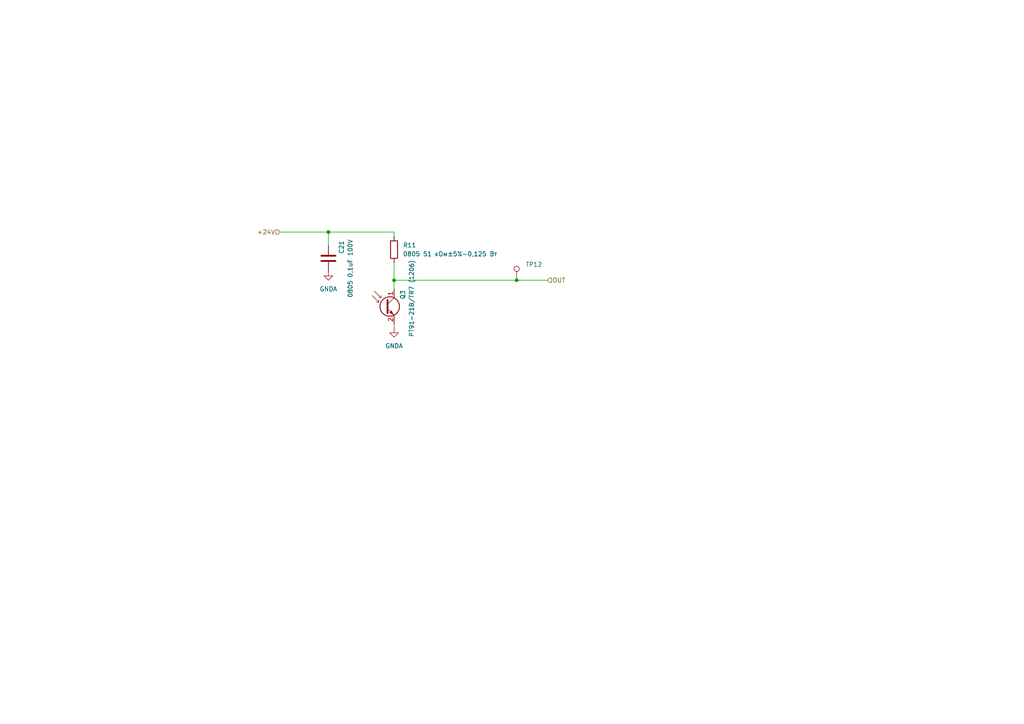
<source format=kicad_sch>
(kicad_sch (version 20231120) (generator "eeschema") (generator_version "8.0")
  (paper "A4")
  (lib_symbols
    (symbol "Connector:TestPoint" (pin_numbers hide) (pin_names (offset 0.762) hide)
      (property "Reference" "TP" (at 0 6.858 0))
      (property "Value" "TestPoint" (at 0 5.08 0))
      (symbol "TestPoint_0_1"
        (circle (center 0 3.302) (radius 0.762))
      )
      (symbol "TestPoint_1_1"
        (pin passive line (at 0 0 90) (length 2.54) (name "1") (number "1"))
      )
    )
    (symbol "Device:C" (pin_numbers hide) (pin_names (offset 0.254))
      (property "Reference" "C" (at 0.635 2.54 0))
      (property "Value" "C" (at 0.635 -2.54 0))
      (symbol "C_0_1"
        (polyline (pts (xy -2.032 -0.762) (xy 2.032 -0.762)) (stroke (width 0.508)))
        (polyline (pts (xy -2.032 0.762) (xy 2.032 0.762)) (stroke (width 0.508)))
      )
      (symbol "C_1_1"
        (pin passive line (at 0 3.81 270) (length 2.794) (name "~") (number "1"))
        (pin passive line (at 0 -3.81 90) (length 2.794) (name "~") (number "2"))
      )
    )
    (symbol "Device:Q_Photo_NPN_CE" (pin_names (offset 0) hide)
      (property "Reference" "Q" (at 5.08 1.27 0))
      (property "Value" "Q_Photo_NPN_CE" (at 5.08 -1.27 0))
      (symbol "Q_Photo_NPN_CE_0_1"
        (polyline (pts (xy -1.905 1.27) (xy -2.54 1.27)))
        (polyline (pts (xy -1.27 2.54) (xy -1.905 2.54)))
        (polyline (pts (xy 0.635 0.635) (xy 2.54 2.54)))
        (polyline (pts (xy -3.81 3.175) (xy -1.905 1.27) (xy -1.905 1.905)))
        (polyline (pts (xy -3.175 4.445) (xy -1.27 2.54) (xy -1.27 3.175)))
        (polyline (pts (xy 0.635 -0.635) (xy 2.54 -2.54) (xy 2.54 -2.54)))
        (polyline (pts (xy 0.635 1.905) (xy 0.635 -1.905) (xy 0.635 -1.905)) (stroke (width 0.508)))
        (polyline (pts (xy 1.27 -1.778) (xy 1.778 -1.27) (xy 2.286 -2.286) (xy 1.27 -1.778) (xy 1.27 -1.778)) (fill (type outline)))
        (circle (center 1.27 0) (radius 2.8194) (stroke (width 0.254)))
      )
      (symbol "Q_Photo_NPN_CE_1_1"
        (pin passive line (at 2.54 5.08 270) (length 2.54) (name "C") (number "1"))
        (pin passive line (at 2.54 -5.08 90) (length 2.54) (name "E") (number "2"))
      )
    )
    (symbol "Device:R" (pin_numbers hide) (pin_names (offset 0))
      (property "Reference" "R" (at 2.032 0 90))
      (property "Value" "R" (at 0 0 90))
      (symbol "R_0_1"
        (rectangle (start -1.016 -2.54) (end 1.016 2.54) (stroke (width 0.254)))
      )
      (symbol "R_1_1"
        (pin passive line (at 0 3.81 270) (length 1.27) (name "~") (number "1"))
        (pin passive line (at 0 -3.81 90) (length 1.27) (name "~") (number "2"))
      )
    )
    (symbol "PCM_4ms_Power-symbol:GNDA" (power) (pin_numbers hide) (pin_names (offset 0) hide)
      (property "Value" "GNDA" (at 0 -3.81 0))
      (symbol "GNDA_0_1"
        (polyline (pts (xy 0 0) (xy 0 -1.27) (xy 1.27 -1.27) (xy 0 -2.54) (xy -1.27 -1.27) (xy 0 -1.27)))
      )
      (symbol "GNDA_1_1"
        (pin power_in line (at 0 0 270) (length 0) hide (name "GNDA") (number "1"))
      )
    )
  )
  (junction (at 149.86 81.28))
  (junction (at 114.3 81.28))
  (junction (at 95.25 67.31))
  (wire (pts (xy 114.3 76.2) (xy 114.3 81.28)))
  (wire (pts (xy 95.25 67.31) (xy 114.3 67.31)))
  (wire (pts (xy 114.3 81.28) (xy 114.3 83.82)))
  (wire (pts (xy 149.86 81.28) (xy 158.75 81.28)))
  (wire (pts (xy 114.3 95.25) (xy 114.3 93.98)))
  (wire (pts (xy 95.25 67.31) (xy 95.25 71.12)))
  (wire (pts (xy 81.28 67.31) (xy 95.25 67.31)))
  (wire (pts (xy 114.3 67.31) (xy 114.3 68.58)))
  (wire (pts (xy 114.3 81.28) (xy 149.86 81.28)))
  (hierarchical_label "+24V" (shape input) (at 81.28 67.31 180))
  (hierarchical_label "OUT" (shape input) (at 158.75 81.28 0))
  (symbol (lib_id "Device:R") (at 114.3 72.39 0) (unit 1)
    (property "Reference" "R11" (at 116.84 71.12 0) (effects (justify left)))
    (property "Value" "0805 51 кОм±5%-0,125 Вт" (at 116.84 73.66 0) (effects (justify left)))
    (property "Footprint" "Resistor_SMD:R_0805_2012Metric" (effects (hide yes)))
    (instances (project "led_and_photodiode_board" (path "" (reference "R11") (unit 1)) (path "" (reference "R12") (unit 1)) (path "" (reference "R15") (unit 1)) (path "" (reference "R14") (unit 1)) (path "" (reference "R13") (unit 1)) (path "" (reference "R16") (unit 1)) (path "" (reference "R10") (unit 1)) (path "" (reference "R9") (unit 1))))
  )
  (symbol (lib_id "Connector:TestPoint") (at 149.86 81.28 0) (unit 1) (in_bom no)
    (property "Reference" "TP12" (at 152.4 76.7079 0) (effects (justify left)))
    (property "Value" "TestPoint" (effects (hide yes)))
    (property "Footprint" "TestPoint:TestPoint_Pad_D1.0mm" (effects (hide yes)))
    (property "Description" "test point" (effects (hide yes)))
    (instances (project "led_and_photodiode_board" (path "" (reference "TP12") (unit 1)) (path "" (reference "TP13") (unit 1)) (path "" (reference "TP16") (unit 1)) (path "" (reference "TP15") (unit 1)) (path "" (reference "TP14") (unit 1)) (path "" (reference "TP17") (unit 1)) (path "" (reference "TP11") (unit 1)) (path "" (reference "TP10") (unit 1))))
  )
  (symbol (lib_id "PCM_4ms_Power-symbol:GNDA") (at 114.3 95.25 0) (unit 1)
    (property "Reference" "#PWR06" (effects (hide yes)))
    (property "Value" "GNDA" (at 114.3 100.33 0))
    (instances (project "led_and_photodiode_board" (path "" (reference "#PWR06") (unit 1)) (path "" (reference "#PWR09") (unit 1)) (path "" (reference "#PWR015") (unit 1)) (path "" (reference "#PWR013") (unit 1)) (path "" (reference "#PWR011") (unit 1)) (path "" (reference "#PWR017") (unit 1)) (path "" (reference "#PWR04") (unit 1)) (path "" (reference "#PWR02") (unit 1))))
  )
  (symbol (lib_id "PCM_4ms_Power-symbol:GNDA") (at 95.25 78.74 0) (unit 1)
    (property "Reference" "#PWR022" (effects (hide yes)))
    (property "Value" "GNDA" (at 95.25 83.82 0))
    (instances (project "led_and_photodiode_board" (path "" (reference "#PWR022") (unit 1)) (path "" (reference "#PWR025") (unit 1)) (path "" (reference "#PWR028") (unit 1)) (path "" (reference "#PWR027") (unit 1)) (path "" (reference "#PWR026") (unit 1)) (path "" (reference "#PWR029") (unit 1)) (path "" (reference "#PWR021") (unit 1)) (path "" (reference "#PWR020") (unit 1))))
  )
  (symbol (lib_id "Device:Q_Photo_NPN_CE") (at 111.76 88.9 0) (unit 1)
    (property "Reference" "Q3" (at 116.84 86.8807 90) (effects (justify left)))
    (property "Value" "PT91-21B/TR7 (1206)" (at 119.38 97.79 90) (effects (justify left)))
    (property "Footprint" "Diode_SMD:D_1206_3216Metric_Pad1.42x1.75mm_HandSolder" (effects (hide yes)))
    (instances (project "led_and_photodiode_board" (path "" (reference "Q3") (unit 1)) (path "" (reference "Q4") (unit 1)) (path "" (reference "Q7") (unit 1)) (path "" (reference "Q6") (unit 1)) (path "" (reference "Q5") (unit 1)) (path "" (reference "Q8") (unit 1)) (path "" (reference "Q2") (unit 1)) (path "" (reference "Q1") (unit 1))))
  )
  (symbol (lib_id "Device:C") (at 95.25 74.93 0) (unit 1)
    (property "Reference" "C21" (at 99.06 73.66 90) (effects (justify left)))
    (property "Value" "0805 0,1uF 100V" (at 101.6 86.36 90) (effects (justify left)))
    (property "Footprint" "Capacitor_SMD:C_0805_2012Metric" (effects (hide yes)))
    (instances (project "led_and_photodiode_board" (path "" (reference "C21") (unit 1)) (path "" (reference "C22") (unit 1)) (path "" (reference "C25") (unit 1)) (path "" (reference "C24") (unit 1)) (path "" (reference "C23") (unit 1)) (path "" (reference "C26") (unit 1)) (path "" (reference "C20") (unit 1)) (path "" (reference "C19") (unit 1))))
  )
)
</source>
